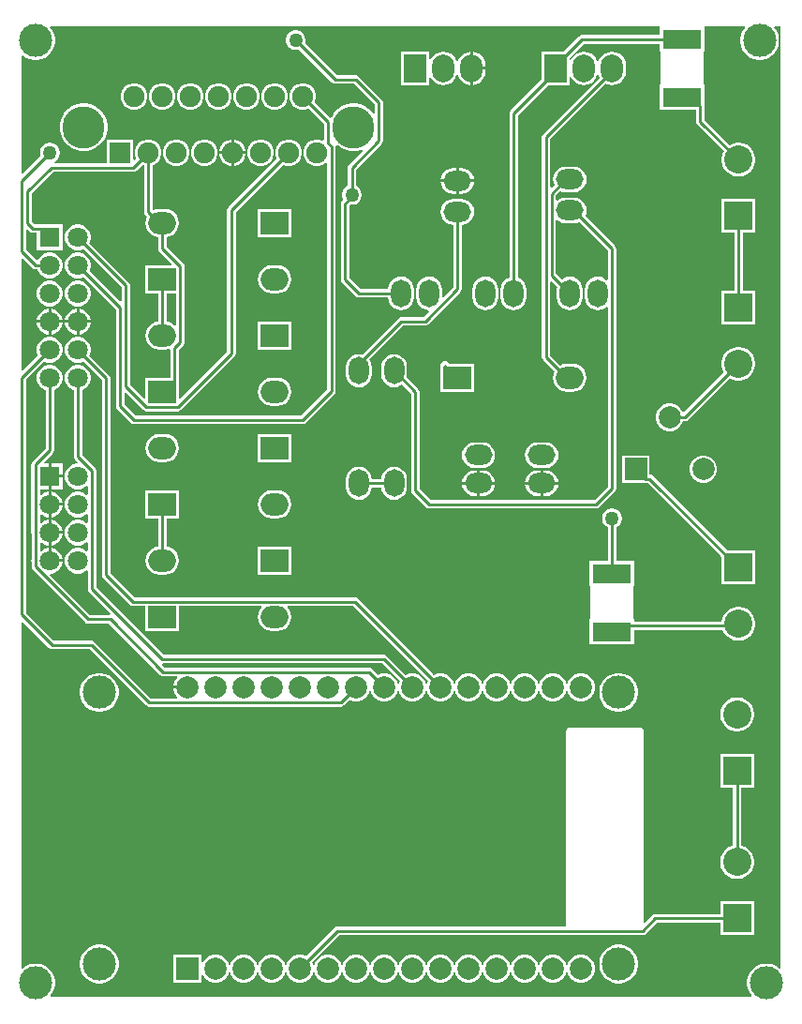
<source format=gtl>
G04*
G04 #@! TF.GenerationSoftware,Altium Limited,Altium Designer,24.0.1 (36)*
G04*
G04 Layer_Physical_Order=1*
G04 Layer_Color=255*
%FSLAX44Y44*%
%MOMM*%
G71*
G04*
G04 #@! TF.SameCoordinates,43BDCCDE-791F-4BA8-B158-4DCCD13140C2*
G04*
G04*
G04 #@! TF.FilePolarity,Positive*
G04*
G01*
G75*
%ADD11C,0.2540*%
%ADD17R,3.5052X1.7780*%
%ADD37O,1.8000X2.5000*%
%ADD38R,1.8000X1.8000*%
%ADD39C,1.8000*%
%ADD40O,2.5000X2.0000*%
%ADD41R,2.5000X2.0000*%
%ADD42R,2.5400X2.5400*%
%ADD43C,2.5400*%
%ADD44C,3.0000*%
%ADD45R,2.0000X2.0000*%
%ADD46C,2.0000*%
%ADD47O,2.0000X2.5000*%
%ADD48R,2.0000X2.5000*%
%ADD49O,2.5000X1.8000*%
%ADD50O,1.8000X2.5000*%
%ADD51R,2.0000X2.0000*%
%ADD52C,1.9050*%
%ADD53R,1.9050X1.9050*%
%ADD54C,3.8100*%
%ADD55C,1.2700*%
G36*
X711200Y51555D02*
X710027Y51069D01*
X709681Y51414D01*
X706808Y53334D01*
X703616Y54656D01*
X700228Y55330D01*
X696773D01*
X693384Y54656D01*
X690192Y53334D01*
X687319Y51414D01*
X684876Y48971D01*
X682956Y46098D01*
X681634Y42906D01*
X680960Y39518D01*
Y36063D01*
X681634Y32674D01*
X682956Y29482D01*
X684835Y26670D01*
X684720Y26110D01*
X684425Y25400D01*
X52175D01*
X51880Y26110D01*
X51765Y26670D01*
X53644Y29482D01*
X54966Y32674D01*
X55640Y36063D01*
Y39518D01*
X54966Y42906D01*
X53644Y46098D01*
X51724Y48971D01*
X49281Y51414D01*
X46408Y53334D01*
X43216Y54656D01*
X39827Y55330D01*
X36372D01*
X32984Y54656D01*
X29792Y53334D01*
X26919Y51414D01*
X26573Y51069D01*
X25400Y51555D01*
Y363251D01*
X26573Y363737D01*
X50157Y340153D01*
X51418Y339311D01*
X52904Y339015D01*
X87291D01*
X138063Y288243D01*
X139323Y287401D01*
X140810Y287105D01*
X313640D01*
X315127Y287401D01*
X316387Y288243D01*
X321753Y293609D01*
X322610Y293115D01*
X325799Y292260D01*
X329101D01*
X332290Y293115D01*
X335150Y294765D01*
X337485Y297100D01*
X339135Y299960D01*
X339493Y301293D01*
X340807D01*
X341165Y299960D01*
X342816Y297100D01*
X345150Y294765D01*
X348010Y293115D01*
X351199Y292260D01*
X354501D01*
X357690Y293115D01*
X360550Y294765D01*
X362884Y297100D01*
X364535Y299960D01*
X364893Y301293D01*
X366207D01*
X366565Y299960D01*
X368215Y297100D01*
X370550Y294765D01*
X373410Y293115D01*
X376599Y292260D01*
X379901D01*
X383090Y293115D01*
X385950Y294765D01*
X388284Y297100D01*
X389935Y299960D01*
X390293Y301293D01*
X391607D01*
X391965Y299960D01*
X393615Y297100D01*
X395950Y294765D01*
X398810Y293115D01*
X401999Y292260D01*
X405301D01*
X408490Y293115D01*
X411350Y294765D01*
X413685Y297100D01*
X415335Y299960D01*
X415693Y301293D01*
X417007D01*
X417365Y299960D01*
X419016Y297100D01*
X421350Y294765D01*
X424210Y293115D01*
X427399Y292260D01*
X430701D01*
X433890Y293115D01*
X436750Y294765D01*
X439085Y297100D01*
X440735Y299960D01*
X441093Y301293D01*
X442407D01*
X442765Y299960D01*
X444416Y297100D01*
X446750Y294765D01*
X449610Y293115D01*
X452799Y292260D01*
X456101D01*
X459290Y293115D01*
X462150Y294765D01*
X464484Y297100D01*
X466135Y299960D01*
X466493Y301293D01*
X467807D01*
X468165Y299960D01*
X469815Y297100D01*
X472150Y294765D01*
X475010Y293115D01*
X478199Y292260D01*
X481501D01*
X484690Y293115D01*
X487550Y294765D01*
X489884Y297100D01*
X491535Y299960D01*
X491893Y301293D01*
X493207D01*
X493565Y299960D01*
X495215Y297100D01*
X497550Y294765D01*
X500410Y293115D01*
X503599Y292260D01*
X506901D01*
X510090Y293115D01*
X512950Y294765D01*
X515285Y297100D01*
X516935Y299960D01*
X517293Y301293D01*
X518607D01*
X518965Y299960D01*
X520616Y297100D01*
X522950Y294765D01*
X525810Y293115D01*
X528999Y292260D01*
X532301D01*
X535490Y293115D01*
X538350Y294765D01*
X540685Y297100D01*
X542335Y299960D01*
X543190Y303149D01*
Y306451D01*
X542335Y309640D01*
X540685Y312500D01*
X538350Y314834D01*
X535490Y316485D01*
X532301Y317340D01*
X528999D01*
X525810Y316485D01*
X522950Y314834D01*
X520616Y312500D01*
X518965Y309640D01*
X518607Y308307D01*
X517293D01*
X516935Y309640D01*
X515285Y312500D01*
X512950Y314834D01*
X510090Y316485D01*
X506901Y317340D01*
X503599D01*
X500410Y316485D01*
X497550Y314834D01*
X495215Y312500D01*
X493565Y309640D01*
X493207Y308307D01*
X491893D01*
X491535Y309640D01*
X489884Y312500D01*
X487550Y314834D01*
X484690Y316485D01*
X481501Y317340D01*
X478199D01*
X475010Y316485D01*
X472150Y314834D01*
X469815Y312500D01*
X468165Y309640D01*
X467807Y308307D01*
X466493D01*
X466135Y309640D01*
X464484Y312500D01*
X462150Y314834D01*
X459290Y316485D01*
X456101Y317340D01*
X452799D01*
X449610Y316485D01*
X446750Y314834D01*
X444416Y312500D01*
X442765Y309640D01*
X442407Y308307D01*
X441093D01*
X440735Y309640D01*
X439085Y312500D01*
X436750Y314834D01*
X433890Y316485D01*
X430701Y317340D01*
X427399D01*
X424210Y316485D01*
X421350Y314834D01*
X419016Y312500D01*
X417365Y309640D01*
X417007Y308307D01*
X415693D01*
X415335Y309640D01*
X413685Y312500D01*
X411350Y314834D01*
X408490Y316485D01*
X405301Y317340D01*
X401999D01*
X398810Y316485D01*
X397953Y315991D01*
X329087Y384857D01*
X327827Y385699D01*
X326340Y385995D01*
X127499D01*
X105485Y408009D01*
Y584200D01*
X105189Y585687D01*
X104347Y586947D01*
X86659Y604635D01*
X86953Y605146D01*
X87740Y608081D01*
Y611119D01*
X86953Y614054D01*
X85434Y616686D01*
X83286Y618834D01*
X80654Y620354D01*
X77719Y621140D01*
X74681D01*
X71746Y620354D01*
X69114Y618834D01*
X66966Y616686D01*
X65447Y614054D01*
X64660Y611119D01*
Y608081D01*
X65447Y605146D01*
X66966Y602514D01*
X69114Y600366D01*
X71746Y598847D01*
X74681Y598060D01*
X77719D01*
X80654Y598847D01*
X81165Y599141D01*
X97715Y582591D01*
Y406400D01*
X98011Y404913D01*
X98853Y403653D01*
X123143Y379363D01*
X124403Y378521D01*
X125890Y378225D01*
X137360D01*
Y355760D01*
X167440D01*
Y378225D01*
X241910D01*
X242335Y376955D01*
X240546Y374624D01*
X239283Y371574D01*
X238852Y368300D01*
X239283Y365026D01*
X240546Y361976D01*
X242556Y359356D01*
X245176Y357346D01*
X248226Y356083D01*
X251500Y355652D01*
X256500D01*
X259774Y356083D01*
X262824Y357346D01*
X265444Y359356D01*
X267454Y361976D01*
X268717Y365026D01*
X269148Y368300D01*
X268717Y371574D01*
X267454Y374624D01*
X265665Y376955D01*
X266090Y378225D01*
X324731D01*
X392459Y310497D01*
X391965Y309640D01*
X391607Y308307D01*
X390293D01*
X389935Y309640D01*
X388284Y312500D01*
X385950Y314834D01*
X383090Y316485D01*
X379901Y317340D01*
X376599D01*
X373410Y316485D01*
X372553Y315991D01*
X355597Y332947D01*
X354337Y333789D01*
X352850Y334085D01*
X154009D01*
X92785Y395309D01*
Y413241D01*
X92895Y413794D01*
Y500606D01*
X92599Y502093D01*
X91757Y503353D01*
X80085Y515025D01*
Y573294D01*
X80654Y573447D01*
X83286Y574966D01*
X85434Y577114D01*
X86953Y579746D01*
X87740Y582681D01*
Y585719D01*
X86953Y588654D01*
X85434Y591286D01*
X83286Y593434D01*
X80654Y594953D01*
X77719Y595740D01*
X74681D01*
X71746Y594953D01*
X69114Y593434D01*
X66966Y591286D01*
X65447Y588654D01*
X64660Y585719D01*
Y582681D01*
X65447Y579746D01*
X66966Y577114D01*
X69114Y574966D01*
X71746Y573447D01*
X72315Y573294D01*
Y513416D01*
X72611Y511930D01*
X73453Y510669D01*
X76109Y508013D01*
X75623Y506840D01*
X74681D01*
X71746Y506054D01*
X69114Y504534D01*
X66966Y502386D01*
X65447Y499754D01*
X64660Y496819D01*
Y493781D01*
X65447Y490846D01*
X66966Y488214D01*
X69114Y486066D01*
X71746Y484547D01*
X74681Y483760D01*
X77719D01*
X80654Y484547D01*
X83286Y486066D01*
X83952Y486732D01*
X85125Y486246D01*
Y478954D01*
X83952Y478468D01*
X83286Y479134D01*
X80654Y480653D01*
X77719Y481440D01*
X74681D01*
X71746Y480653D01*
X69114Y479134D01*
X66966Y476986D01*
X65447Y474354D01*
X64660Y471419D01*
Y468381D01*
X65447Y465446D01*
X66966Y462814D01*
X69114Y460666D01*
X71746Y459146D01*
X74681Y458360D01*
X77719D01*
X80654Y459146D01*
X83286Y460666D01*
X83952Y461332D01*
X85125Y460846D01*
Y453554D01*
X83952Y453068D01*
X83286Y453734D01*
X80654Y455253D01*
X77719Y456040D01*
X74681D01*
X71746Y455253D01*
X69114Y453734D01*
X66966Y451586D01*
X65447Y448954D01*
X64660Y446019D01*
Y442981D01*
X65447Y440046D01*
X66966Y437414D01*
X69114Y435266D01*
X71746Y433746D01*
X74681Y432960D01*
X77719D01*
X80654Y433746D01*
X83286Y435266D01*
X83952Y435932D01*
X85125Y435446D01*
Y428154D01*
X83952Y427668D01*
X83286Y428334D01*
X80654Y429854D01*
X77719Y430640D01*
X74681D01*
X71746Y429854D01*
X69114Y428334D01*
X66966Y426186D01*
X65447Y423554D01*
X64660Y420619D01*
Y417581D01*
X65447Y414646D01*
X66966Y412014D01*
X69114Y409866D01*
X71746Y408346D01*
X74681Y407560D01*
X77719D01*
X80654Y408346D01*
X83286Y409866D01*
X83842Y410422D01*
X85015Y409936D01*
Y393700D01*
X85311Y392213D01*
X86153Y390953D01*
X105779Y371328D01*
X105253Y370058D01*
X87220D01*
X50891Y406387D01*
X51377Y407560D01*
X52319D01*
X55254Y408346D01*
X57886Y409866D01*
X60034Y412014D01*
X61554Y414646D01*
X62340Y417581D01*
Y417830D01*
X50800D01*
Y419100D01*
X49530D01*
Y430640D01*
X49281D01*
X46346Y429854D01*
X43714Y428334D01*
X43158Y427778D01*
X41985Y428264D01*
Y435336D01*
X43158Y435822D01*
X43714Y435266D01*
X46346Y433746D01*
X49281Y432960D01*
X49530D01*
Y444500D01*
Y456040D01*
X49281D01*
X46346Y455253D01*
X43714Y453734D01*
X43048Y453068D01*
X41875Y453554D01*
Y460846D01*
X43048Y461332D01*
X43714Y460666D01*
X46346Y459146D01*
X49281Y458360D01*
X49530D01*
Y469900D01*
Y481440D01*
X49281D01*
X46346Y480653D01*
X43714Y479134D01*
X43048Y478468D01*
X41875Y478954D01*
Y483760D01*
X49530D01*
Y495300D01*
Y506840D01*
X46105D01*
X45619Y508013D01*
X53547Y515941D01*
X54389Y517202D01*
X54685Y518688D01*
Y573294D01*
X55254Y573447D01*
X57886Y574966D01*
X60034Y577114D01*
X61554Y579746D01*
X62340Y582681D01*
Y585719D01*
X61554Y588654D01*
X60034Y591286D01*
X57886Y593434D01*
X55254Y594953D01*
X52319Y595740D01*
X49281D01*
X46346Y594953D01*
X43714Y593434D01*
X41566Y591286D01*
X40047Y588654D01*
X39260Y585719D01*
Y582681D01*
X40047Y579746D01*
X41566Y577114D01*
X43714Y574966D01*
X46346Y573447D01*
X46915Y573294D01*
Y520297D01*
X35243Y508625D01*
X34401Y507365D01*
X34105Y505878D01*
Y444500D01*
X34100D01*
X34248Y442990D01*
X34215Y442825D01*
Y420775D01*
X34248Y420610D01*
X34100Y419100D01*
X34248Y417590D01*
X34215Y417425D01*
Y413684D01*
X34511Y412197D01*
X35353Y410937D01*
X36097Y410193D01*
X36097Y410193D01*
X82864Y363426D01*
X84124Y362584D01*
X85611Y362288D01*
X104222D01*
X150705Y315805D01*
X151966Y314963D01*
X153452Y314667D01*
X153743Y314725D01*
X165582D01*
X166068Y313552D01*
X165016Y312500D01*
X163365Y309640D01*
X162510Y306451D01*
Y306070D01*
X175050D01*
Y303530D01*
X162510D01*
Y303149D01*
X163365Y299960D01*
X165016Y297100D01*
X166068Y296048D01*
X165582Y294875D01*
X142419D01*
X91647Y345647D01*
X90387Y346489D01*
X88900Y346785D01*
X54513D01*
X29285Y372013D01*
Y582591D01*
X45835Y599141D01*
X46346Y598847D01*
X49281Y598060D01*
X52319D01*
X55254Y598847D01*
X57886Y600366D01*
X60034Y602514D01*
X61554Y605146D01*
X62340Y608081D01*
Y611119D01*
X61554Y614054D01*
X60034Y616686D01*
X57886Y618834D01*
X55254Y620354D01*
X52319Y621140D01*
X49281D01*
X46346Y620354D01*
X43714Y618834D01*
X41566Y616686D01*
X40047Y614054D01*
X39260Y611119D01*
Y608081D01*
X40047Y605146D01*
X40341Y604635D01*
X26573Y590867D01*
X25400Y591353D01*
Y691347D01*
X26573Y691833D01*
X35243Y683163D01*
X36503Y682321D01*
X37990Y682025D01*
X39864D01*
X40047Y681346D01*
X41566Y678714D01*
X43714Y676566D01*
X46346Y675046D01*
X49281Y674260D01*
X52319D01*
X55254Y675046D01*
X57886Y676566D01*
X60034Y678714D01*
X61554Y681346D01*
X62340Y684281D01*
Y687319D01*
X61554Y690254D01*
X60034Y692886D01*
X57886Y695034D01*
X55254Y696553D01*
X52319Y697340D01*
X49281D01*
X46346Y696553D01*
X43714Y695034D01*
X41566Y692886D01*
X40372Y690818D01*
X39015Y690524D01*
X38818Y690576D01*
X29285Y700109D01*
Y717942D01*
X30458Y718428D01*
X32703Y716183D01*
X33963Y715341D01*
X35450Y715045D01*
X39260D01*
Y699660D01*
X62340D01*
Y722740D01*
X43445D01*
X43070Y722815D01*
X37059D01*
X34365Y725509D01*
Y750648D01*
X53897Y770180D01*
X126365D01*
X127852Y770476D01*
X129112Y771318D01*
X134351Y776557D01*
X135043Y776157D01*
X135815Y775950D01*
Y734100D01*
X136111Y732613D01*
X136953Y731353D01*
X138693Y729613D01*
X137683Y727174D01*
X137252Y723900D01*
X137683Y720626D01*
X138946Y717576D01*
X140956Y714956D01*
X143576Y712946D01*
X146626Y711683D01*
X148515Y711434D01*
Y700988D01*
X148811Y699502D01*
X149653Y698241D01*
X161081Y686813D01*
X160595Y685640D01*
X137360D01*
Y660560D01*
X148515D01*
Y634766D01*
X146626Y634517D01*
X143576Y633254D01*
X140956Y631244D01*
X138946Y628624D01*
X137683Y625574D01*
X137252Y622300D01*
X137683Y619026D01*
X138946Y615976D01*
X140956Y613356D01*
X143576Y611346D01*
X146626Y610083D01*
X149900Y609652D01*
X154900D01*
X158174Y610083D01*
X158689Y610296D01*
X159745Y609591D01*
Y584040D01*
X137360D01*
Y565805D01*
X136187Y565319D01*
X123265Y578241D01*
Y668020D01*
X122969Y669507D01*
X122127Y670767D01*
X86659Y706235D01*
X86953Y706746D01*
X87740Y709681D01*
Y712719D01*
X86953Y715654D01*
X85434Y718286D01*
X83286Y720434D01*
X80654Y721954D01*
X77719Y722740D01*
X74681D01*
X71746Y721954D01*
X69114Y720434D01*
X66966Y718286D01*
X65447Y715654D01*
X64660Y712719D01*
Y709681D01*
X65447Y706746D01*
X66966Y704114D01*
X69114Y701966D01*
X71746Y700446D01*
X74681Y699660D01*
X77719D01*
X80654Y700446D01*
X81165Y700741D01*
X115495Y666411D01*
Y653658D01*
X114322Y653172D01*
X86659Y680835D01*
X86953Y681346D01*
X87740Y684281D01*
Y687319D01*
X86953Y690254D01*
X85434Y692886D01*
X83286Y695034D01*
X80654Y696553D01*
X77719Y697340D01*
X74681D01*
X71746Y696553D01*
X69114Y695034D01*
X66966Y692886D01*
X65447Y690254D01*
X64660Y687319D01*
Y684281D01*
X65447Y681346D01*
X66966Y678714D01*
X69114Y676566D01*
X71746Y675046D01*
X74681Y674260D01*
X77719D01*
X80654Y675046D01*
X81165Y675341D01*
X110415Y646091D01*
Y558800D01*
X110711Y557313D01*
X111553Y556053D01*
X124253Y543353D01*
X125513Y542511D01*
X127000Y542215D01*
X279400D01*
X280887Y542511D01*
X282147Y543353D01*
X308182Y569388D01*
X309024Y570648D01*
X309320Y572135D01*
Y792924D01*
X309293Y793056D01*
X310308Y794464D01*
X310601Y794501D01*
X311357Y793744D01*
X314893Y791381D01*
X318822Y789754D01*
X322994Y788924D01*
X327246D01*
X331418Y789754D01*
X333031Y790422D01*
X333751Y789345D01*
X321103Y776698D01*
X320261Y775438D01*
X319965Y773951D01*
Y757322D01*
X318391Y756414D01*
X316736Y754759D01*
X315566Y752731D01*
X314960Y750470D01*
Y748130D01*
X315566Y745869D01*
X315942Y745217D01*
X314753Y744028D01*
X313911Y742768D01*
X313615Y741282D01*
Y673100D01*
X313911Y671613D01*
X314753Y670353D01*
X327453Y657653D01*
X328713Y656811D01*
X330200Y656515D01*
X356711D01*
X357057Y653887D01*
X358220Y651080D01*
X360070Y648670D01*
X362480Y646820D01*
X365288Y645657D01*
X368300Y645260D01*
X371312Y645657D01*
X374120Y646820D01*
X376530Y648670D01*
X378380Y651080D01*
X379543Y653887D01*
X379939Y656900D01*
Y663900D01*
X379543Y666913D01*
X378380Y669720D01*
X376530Y672130D01*
X374120Y673980D01*
X371312Y675143D01*
X368300Y675540D01*
X365288Y675143D01*
X362480Y673980D01*
X360070Y672130D01*
X358220Y669720D01*
X357057Y666913D01*
X356711Y664285D01*
X331809D01*
X321385Y674709D01*
Y739672D01*
X322240Y740528D01*
X322680Y740410D01*
X325020D01*
X327281Y741016D01*
X329309Y742186D01*
X330964Y743841D01*
X332134Y745869D01*
X332740Y748130D01*
Y750470D01*
X332134Y752731D01*
X330964Y754759D01*
X329309Y756414D01*
X327735Y757322D01*
Y772342D01*
X350727Y795334D01*
X351569Y796594D01*
X351865Y798081D01*
Y833120D01*
X351569Y834607D01*
X350727Y835867D01*
X330327Y856266D01*
X329067Y857108D01*
X327581Y857404D01*
X310140D01*
X281470Y886074D01*
X281940Y887830D01*
Y890170D01*
X281334Y892431D01*
X280164Y894459D01*
X278509Y896114D01*
X276481Y897284D01*
X274220Y897890D01*
X271880D01*
X269619Y897284D01*
X267591Y896114D01*
X265936Y894459D01*
X264766Y892431D01*
X264160Y890170D01*
Y887830D01*
X264766Y885569D01*
X265936Y883541D01*
X267591Y881886D01*
X269619Y880716D01*
X271880Y880110D01*
X274220D01*
X275976Y880580D01*
X305784Y850773D01*
X307044Y849930D01*
X308531Y849635D01*
X325971D01*
X344095Y831511D01*
Y823164D01*
X342880Y822795D01*
X341890Y824277D01*
X338883Y827284D01*
X335347Y829647D01*
X331418Y831274D01*
X327246Y832104D01*
X322994D01*
X318822Y831274D01*
X314893Y829647D01*
X311357Y827284D01*
X308350Y824277D01*
X305987Y820741D01*
X305360Y819227D01*
X304115Y818979D01*
X290243Y832851D01*
X290643Y833543D01*
X291465Y836612D01*
Y839788D01*
X290643Y842857D01*
X289054Y845608D01*
X286808Y847854D01*
X284057Y849443D01*
X280988Y850265D01*
X277812D01*
X274743Y849443D01*
X271992Y847854D01*
X269746Y845608D01*
X268157Y842857D01*
X267335Y839788D01*
Y836612D01*
X268157Y833543D01*
X269746Y830792D01*
X271992Y828546D01*
X274743Y826957D01*
X277812Y826135D01*
X280988D01*
X284057Y826957D01*
X284749Y827357D01*
X298375Y813731D01*
Y798978D01*
X297276Y798343D01*
X296757Y798643D01*
X293688Y799465D01*
X290512D01*
X287443Y798643D01*
X284692Y797054D01*
X282446Y794808D01*
X280857Y792057D01*
X280035Y788988D01*
Y785812D01*
X280857Y782743D01*
X282446Y779992D01*
X284692Y777746D01*
X287443Y776157D01*
X290512Y775335D01*
X293688D01*
X296757Y776157D01*
X299508Y777746D01*
X300377Y778615D01*
X301550Y778129D01*
Y573744D01*
X277791Y549985D01*
X128609D01*
X118185Y560409D01*
Y570674D01*
X119358Y571160D01*
X135575Y554943D01*
X136835Y554101D01*
X138322Y553805D01*
X166478D01*
X167965Y554101D01*
X169225Y554943D01*
X217756Y603475D01*
X218598Y604735D01*
X218894Y606221D01*
Y734100D01*
X261351Y776557D01*
X262043Y776157D01*
X265112Y775335D01*
X268288D01*
X271357Y776157D01*
X274108Y777746D01*
X276354Y779992D01*
X277943Y782743D01*
X278765Y785812D01*
Y788988D01*
X277943Y792057D01*
X276354Y794808D01*
X274108Y797054D01*
X271357Y798643D01*
X268288Y799465D01*
X265112D01*
X262043Y798643D01*
X259292Y797054D01*
X257046Y794808D01*
X255457Y792057D01*
X254635Y788988D01*
Y785812D01*
X255457Y782743D01*
X255857Y782051D01*
X212263Y738456D01*
X211421Y737196D01*
X211125Y735710D01*
Y607831D01*
X168613Y565319D01*
X167440Y565805D01*
Y579855D01*
X167515Y580230D01*
Y609891D01*
X171457Y613833D01*
X172299Y615093D01*
X172595Y616580D01*
Y684678D01*
X172299Y686165D01*
X171457Y687425D01*
X156285Y702597D01*
Y711434D01*
X158174Y711683D01*
X161224Y712946D01*
X163844Y714956D01*
X165854Y717576D01*
X167117Y720626D01*
X167548Y723900D01*
X167117Y727174D01*
X165854Y730224D01*
X163844Y732844D01*
X161224Y734854D01*
X158174Y736117D01*
X154900Y736548D01*
X149900D01*
X146626Y736117D01*
X144692Y735316D01*
X143585Y736164D01*
Y775950D01*
X144357Y776157D01*
X147108Y777746D01*
X149354Y779992D01*
X150943Y782743D01*
X151765Y785812D01*
Y788988D01*
X150943Y792057D01*
X149354Y794808D01*
X147108Y797054D01*
X144357Y798643D01*
X141288Y799465D01*
X138112D01*
X135043Y798643D01*
X132292Y797054D01*
X130046Y794808D01*
X128457Y792057D01*
X127635Y788988D01*
Y785812D01*
X128457Y782743D01*
X128857Y782051D01*
X127538Y780732D01*
X126365Y781218D01*
Y799465D01*
X102235D01*
Y777950D01*
X55353D01*
X55162Y778187D01*
X55469Y779830D01*
X56259Y780286D01*
X57914Y781941D01*
X59084Y783969D01*
X59690Y786230D01*
Y788570D01*
X59084Y790831D01*
X57914Y792859D01*
X56259Y794514D01*
X54231Y795684D01*
X51970Y796290D01*
X49630D01*
X47369Y795684D01*
X45341Y794514D01*
X43686Y792859D01*
X42516Y790831D01*
X41910Y788570D01*
Y786230D01*
X42380Y784474D01*
X26573Y768667D01*
X25400Y769153D01*
Y874925D01*
X26573Y875411D01*
X26919Y875066D01*
X29792Y873146D01*
X32984Y871824D01*
X36372Y871150D01*
X39827D01*
X43216Y871824D01*
X46408Y873146D01*
X49281Y875066D01*
X51724Y877509D01*
X53644Y880382D01*
X54966Y883574D01*
X55640Y886963D01*
Y890417D01*
X54966Y893806D01*
X53644Y896998D01*
X51724Y899871D01*
X51069Y900527D01*
X51555Y901700D01*
X601174D01*
X602234Y901192D01*
X602234Y900430D01*
Y893647D01*
X531662D01*
X530175Y893351D01*
X528915Y892509D01*
X515046Y878640D01*
X495460D01*
Y854054D01*
X467153Y825747D01*
X466311Y824487D01*
X466015Y823000D01*
Y674782D01*
X464080Y673980D01*
X461670Y672130D01*
X459820Y669720D01*
X458657Y666913D01*
X458260Y663900D01*
Y656900D01*
X458657Y653887D01*
X459820Y651080D01*
X461670Y648670D01*
X464080Y646820D01*
X466888Y645657D01*
X469900Y645260D01*
X472912Y645657D01*
X475720Y646820D01*
X478130Y648670D01*
X479980Y651080D01*
X481143Y653887D01*
X481539Y656900D01*
Y663900D01*
X481143Y666913D01*
X479980Y669720D01*
X478130Y672130D01*
X475720Y673980D01*
X473785Y674782D01*
Y821391D01*
X500954Y848560D01*
X520540D01*
Y856059D01*
X521810Y856312D01*
X522446Y854776D01*
X524456Y852156D01*
X527076Y850146D01*
X530126Y848883D01*
X533400Y848452D01*
X536674Y848883D01*
X539724Y850146D01*
X542344Y852156D01*
X544354Y854776D01*
X545413Y857333D01*
X546787D01*
X547593Y855387D01*
X496563Y804357D01*
X495721Y803097D01*
X495425Y801610D01*
Y603090D01*
X495721Y601603D01*
X496563Y600343D01*
X506993Y589913D01*
X505983Y587474D01*
X505552Y584200D01*
X505983Y580926D01*
X507246Y577876D01*
X509256Y575256D01*
X511876Y573246D01*
X514926Y571983D01*
X518200Y571552D01*
X523200D01*
X526474Y571983D01*
X529524Y573246D01*
X532144Y575256D01*
X534154Y577876D01*
X535417Y580926D01*
X535848Y584200D01*
X535417Y587474D01*
X534154Y590524D01*
X532144Y593144D01*
X529524Y595154D01*
X526474Y596417D01*
X523200Y596848D01*
X518200D01*
X514926Y596417D01*
X512487Y595407D01*
X503195Y604699D01*
Y670752D01*
X504368Y671238D01*
X509368Y666238D01*
X509060Y663900D01*
Y656900D01*
X509457Y653887D01*
X510620Y651080D01*
X512470Y648670D01*
X514880Y646820D01*
X517687Y645657D01*
X520700Y645260D01*
X523713Y645657D01*
X526520Y646820D01*
X528930Y648670D01*
X530780Y651080D01*
X531943Y653887D01*
X532340Y656900D01*
Y663900D01*
X531943Y666913D01*
X530780Y669720D01*
X528930Y672130D01*
X526520Y673980D01*
X523713Y675143D01*
X520700Y675540D01*
X517687Y675143D01*
X514880Y673980D01*
X513598Y672996D01*
X508275Y678319D01*
Y726032D01*
X509545Y726658D01*
X511380Y725250D01*
X514187Y724087D01*
X517200Y723690D01*
X524200D01*
X527213Y724087D01*
X529148Y724889D01*
X555025Y699011D01*
Y673198D01*
X553755Y672572D01*
X551920Y673980D01*
X549113Y675143D01*
X546100Y675540D01*
X543088Y675143D01*
X540280Y673980D01*
X537870Y672130D01*
X536020Y669720D01*
X534857Y666913D01*
X534460Y663900D01*
Y656900D01*
X534857Y653887D01*
X536020Y651080D01*
X537870Y648670D01*
X540280Y646820D01*
X543088Y645657D01*
X546100Y645260D01*
X549113Y645657D01*
X551920Y646820D01*
X553755Y648228D01*
X555025Y647602D01*
Y485697D01*
X543113Y473785D01*
X395309D01*
X384885Y484209D01*
Y571500D01*
X384589Y572987D01*
X383747Y574247D01*
X373282Y584712D01*
X373590Y587050D01*
Y594050D01*
X373193Y597063D01*
X372030Y599870D01*
X370180Y602280D01*
X367770Y604130D01*
X364963Y605293D01*
X361950Y605690D01*
X358937Y605293D01*
X356130Y604130D01*
X353720Y602280D01*
X351870Y599870D01*
X350707Y597063D01*
X350310Y594050D01*
Y587050D01*
X350707Y584037D01*
X351870Y581230D01*
X353720Y578820D01*
X356130Y576970D01*
X358937Y575807D01*
X361950Y575410D01*
X364963Y575807D01*
X367770Y576970D01*
X369052Y577954D01*
X377115Y569891D01*
Y482600D01*
X377411Y481113D01*
X378253Y479853D01*
X390953Y467153D01*
X392213Y466311D01*
X393700Y466015D01*
X544722D01*
X546209Y466311D01*
X547469Y467153D01*
X561657Y481341D01*
X562499Y482601D01*
X562795Y484088D01*
Y700620D01*
X562499Y702107D01*
X561657Y703367D01*
X534641Y730382D01*
X535443Y732318D01*
X535840Y735330D01*
X535443Y738343D01*
X534280Y741150D01*
X532430Y743560D01*
X530020Y745410D01*
X527213Y746573D01*
X524200Y746970D01*
X517200D01*
X514187Y746573D01*
X511380Y745410D01*
X509545Y744002D01*
X508275Y744628D01*
Y748851D01*
X512252Y752829D01*
X514187Y752027D01*
X517200Y751630D01*
X524200D01*
X527213Y752027D01*
X530020Y753190D01*
X532430Y755040D01*
X534280Y757450D01*
X535443Y760257D01*
X535840Y763270D01*
X535443Y766283D01*
X534280Y769090D01*
X532430Y771500D01*
X530020Y773350D01*
X527213Y774513D01*
X524200Y774910D01*
X517200D01*
X514187Y774513D01*
X511380Y773350D01*
X508970Y771500D01*
X507120Y769090D01*
X505957Y766283D01*
X505560Y763270D01*
X505957Y760257D01*
X506759Y758322D01*
X504368Y755932D01*
X503195Y756418D01*
Y800001D01*
X553087Y849893D01*
X555526Y848883D01*
X558800Y848452D01*
X562074Y848883D01*
X565124Y850146D01*
X567744Y852156D01*
X569754Y854776D01*
X571017Y857826D01*
X571448Y861100D01*
Y866100D01*
X571017Y869374D01*
X569754Y872424D01*
X567744Y875044D01*
X565124Y877054D01*
X562074Y878317D01*
X558800Y878748D01*
X555526Y878317D01*
X552476Y877054D01*
X549856Y875044D01*
X547846Y872424D01*
X546787Y869867D01*
X545413D01*
X544354Y872424D01*
X542344Y875044D01*
X539724Y877054D01*
X536674Y878317D01*
X533400Y878748D01*
X530126Y878317D01*
X527076Y877054D01*
X524456Y875044D01*
X522446Y872424D01*
X521810Y870888D01*
X520540Y871141D01*
Y873146D01*
X533271Y885877D01*
X602234D01*
Y878332D01*
X602692D01*
Y848868D01*
X602234D01*
Y826008D01*
X634671D01*
Y815594D01*
X634967Y814107D01*
X635809Y812847D01*
X659912Y788744D01*
X659594Y788269D01*
X658446Y785495D01*
X657860Y782551D01*
Y779549D01*
X658446Y776605D01*
X659594Y773831D01*
X661262Y771335D01*
X663385Y769212D01*
X665881Y767544D01*
X668655Y766396D01*
X671599Y765810D01*
X674601D01*
X677545Y766396D01*
X680319Y767544D01*
X682815Y769212D01*
X684938Y771335D01*
X686606Y773831D01*
X687754Y776605D01*
X688340Y779549D01*
Y782551D01*
X687754Y785495D01*
X686606Y788269D01*
X684938Y790765D01*
X682815Y792888D01*
X680319Y794556D01*
X677545Y795704D01*
X674601Y796290D01*
X671599D01*
X668655Y795704D01*
X665881Y794556D01*
X665406Y794238D01*
X642441Y817203D01*
Y829818D01*
X642366Y830193D01*
Y848868D01*
X641908D01*
Y878332D01*
X642366D01*
Y900430D01*
X642366Y901192D01*
X643426Y901700D01*
X678695D01*
X679181Y900527D01*
X678526Y899871D01*
X676606Y896998D01*
X675284Y893806D01*
X674610Y890417D01*
Y886963D01*
X675284Y883574D01*
X676606Y880382D01*
X678526Y877509D01*
X680969Y875066D01*
X683842Y873146D01*
X687034Y871824D01*
X690423Y871150D01*
X693877D01*
X697266Y871824D01*
X700458Y873146D01*
X703331Y875066D01*
X705774Y877509D01*
X707694Y880382D01*
X709016Y883574D01*
X709690Y886963D01*
Y890417D01*
X709016Y893806D01*
X707694Y896998D01*
X705774Y899871D01*
X705119Y900527D01*
X705605Y901700D01*
X711200D01*
Y51555D01*
D02*
G37*
G36*
X164825Y631890D02*
X163555Y631465D01*
X161224Y633254D01*
X158174Y634517D01*
X156285Y634766D01*
Y660560D01*
X164825D01*
Y631890D01*
D02*
G37*
G36*
X367059Y310497D02*
X366565Y309640D01*
X366207Y308307D01*
X364893D01*
X364535Y309640D01*
X362884Y312500D01*
X360550Y314834D01*
X357690Y316485D01*
X354501Y317340D01*
X351199D01*
X348010Y316485D01*
X347153Y315991D01*
X341787Y321357D01*
X340527Y322199D01*
X339040Y322495D01*
X182206D01*
X181488Y322352D01*
X180770Y322495D01*
X155003D01*
X152453Y325045D01*
X152979Y326315D01*
X351241D01*
X367059Y310497D01*
D02*
G37*
%LPC*%
G36*
X406400Y878748D02*
X403126Y878317D01*
X400076Y877054D01*
X397456Y875044D01*
X395446Y872424D01*
X394810Y870888D01*
X393540Y871141D01*
Y878640D01*
X368460D01*
Y848560D01*
X393540D01*
Y856059D01*
X394810Y856312D01*
X395446Y854776D01*
X397456Y852156D01*
X400076Y850146D01*
X403126Y848883D01*
X406400Y848452D01*
X409674Y848883D01*
X412724Y850146D01*
X415344Y852156D01*
X417354Y854776D01*
X418413Y857333D01*
X419787D01*
X420846Y854776D01*
X422856Y852156D01*
X425476Y850146D01*
X428526Y848883D01*
X430530Y848619D01*
Y863600D01*
Y878581D01*
X428526Y878317D01*
X425476Y877054D01*
X422856Y875044D01*
X420846Y872424D01*
X419787Y869867D01*
X418413D01*
X417354Y872424D01*
X415344Y875044D01*
X412724Y877054D01*
X409674Y878317D01*
X406400Y878748D01*
D02*
G37*
G36*
X433070Y878581D02*
Y864870D01*
X444448D01*
Y866100D01*
X444017Y869374D01*
X442754Y872424D01*
X440744Y875044D01*
X438124Y877054D01*
X435074Y878317D01*
X433070Y878581D01*
D02*
G37*
G36*
X444448Y862330D02*
X433070D01*
Y848619D01*
X435074Y848883D01*
X438124Y850146D01*
X440744Y852156D01*
X442754Y854776D01*
X444017Y857826D01*
X444448Y861100D01*
Y862330D01*
D02*
G37*
G36*
X255588Y850265D02*
X252412D01*
X249343Y849443D01*
X246592Y847854D01*
X244346Y845608D01*
X242757Y842857D01*
X241935Y839788D01*
Y836612D01*
X242757Y833543D01*
X244346Y830792D01*
X246592Y828546D01*
X249343Y826957D01*
X252412Y826135D01*
X255588D01*
X258657Y826957D01*
X261408Y828546D01*
X263654Y830792D01*
X265243Y833543D01*
X266065Y836612D01*
Y839788D01*
X265243Y842857D01*
X263654Y845608D01*
X261408Y847854D01*
X258657Y849443D01*
X255588Y850265D01*
D02*
G37*
G36*
X230188D02*
X227012D01*
X223943Y849443D01*
X221192Y847854D01*
X218946Y845608D01*
X217357Y842857D01*
X216535Y839788D01*
Y836612D01*
X217357Y833543D01*
X218946Y830792D01*
X221192Y828546D01*
X223943Y826957D01*
X227012Y826135D01*
X230188D01*
X233257Y826957D01*
X236008Y828546D01*
X238254Y830792D01*
X239843Y833543D01*
X240665Y836612D01*
Y839788D01*
X239843Y842857D01*
X238254Y845608D01*
X236008Y847854D01*
X233257Y849443D01*
X230188Y850265D01*
D02*
G37*
G36*
X204788D02*
X201612D01*
X198543Y849443D01*
X195792Y847854D01*
X193546Y845608D01*
X191957Y842857D01*
X191135Y839788D01*
Y836612D01*
X191957Y833543D01*
X193546Y830792D01*
X195792Y828546D01*
X198543Y826957D01*
X201612Y826135D01*
X204788D01*
X207857Y826957D01*
X210608Y828546D01*
X212854Y830792D01*
X214443Y833543D01*
X215265Y836612D01*
Y839788D01*
X214443Y842857D01*
X212854Y845608D01*
X210608Y847854D01*
X207857Y849443D01*
X204788Y850265D01*
D02*
G37*
G36*
X179388D02*
X176212D01*
X173143Y849443D01*
X170392Y847854D01*
X168146Y845608D01*
X166557Y842857D01*
X165735Y839788D01*
Y836612D01*
X166557Y833543D01*
X168146Y830792D01*
X170392Y828546D01*
X173143Y826957D01*
X176212Y826135D01*
X179388D01*
X182457Y826957D01*
X185208Y828546D01*
X187454Y830792D01*
X189043Y833543D01*
X189865Y836612D01*
Y839788D01*
X189043Y842857D01*
X187454Y845608D01*
X185208Y847854D01*
X182457Y849443D01*
X179388Y850265D01*
D02*
G37*
G36*
X153988D02*
X150812D01*
X147743Y849443D01*
X144992Y847854D01*
X142746Y845608D01*
X141157Y842857D01*
X140335Y839788D01*
Y836612D01*
X141157Y833543D01*
X142746Y830792D01*
X144992Y828546D01*
X147743Y826957D01*
X150812Y826135D01*
X153988D01*
X157057Y826957D01*
X159808Y828546D01*
X162054Y830792D01*
X163643Y833543D01*
X164465Y836612D01*
Y839788D01*
X163643Y842857D01*
X162054Y845608D01*
X159808Y847854D01*
X157057Y849443D01*
X153988Y850265D01*
D02*
G37*
G36*
X128588D02*
X125412D01*
X122343Y849443D01*
X119592Y847854D01*
X117346Y845608D01*
X115757Y842857D01*
X114935Y839788D01*
Y836612D01*
X115757Y833543D01*
X117346Y830792D01*
X119592Y828546D01*
X122343Y826957D01*
X125412Y826135D01*
X128588D01*
X131657Y826957D01*
X134408Y828546D01*
X136654Y830792D01*
X138243Y833543D01*
X139065Y836612D01*
Y839788D01*
X138243Y842857D01*
X136654Y845608D01*
X134408Y847854D01*
X131657Y849443D01*
X128588Y850265D01*
D02*
G37*
G36*
X83406Y832104D02*
X79154D01*
X74982Y831274D01*
X71053Y829647D01*
X67517Y827284D01*
X64510Y824277D01*
X62147Y820741D01*
X60520Y816812D01*
X59690Y812640D01*
Y808388D01*
X60520Y804216D01*
X62147Y800287D01*
X64510Y796751D01*
X67517Y793744D01*
X71053Y791381D01*
X74982Y789754D01*
X79154Y788924D01*
X83406D01*
X87578Y789754D01*
X91507Y791381D01*
X95043Y793744D01*
X98050Y796751D01*
X100413Y800287D01*
X102040Y804216D01*
X102870Y808388D01*
Y812640D01*
X102040Y816812D01*
X100413Y820741D01*
X98050Y824277D01*
X95043Y827284D01*
X91507Y829647D01*
X87578Y831274D01*
X83406Y832104D01*
D02*
G37*
G36*
X217488Y799465D02*
X217170D01*
Y788670D01*
X227965D01*
Y788988D01*
X227143Y792057D01*
X225554Y794808D01*
X223308Y797054D01*
X220557Y798643D01*
X217488Y799465D01*
D02*
G37*
G36*
X214630D02*
X214312D01*
X211243Y798643D01*
X208492Y797054D01*
X206246Y794808D01*
X204657Y792057D01*
X203835Y788988D01*
Y788670D01*
X214630D01*
Y799465D01*
D02*
G37*
G36*
X242888D02*
X239712D01*
X236643Y798643D01*
X233892Y797054D01*
X231646Y794808D01*
X230057Y792057D01*
X229235Y788988D01*
Y785812D01*
X230057Y782743D01*
X231646Y779992D01*
X233892Y777746D01*
X236643Y776157D01*
X239712Y775335D01*
X242888D01*
X245957Y776157D01*
X248708Y777746D01*
X250954Y779992D01*
X252543Y782743D01*
X253365Y785812D01*
Y788988D01*
X252543Y792057D01*
X250954Y794808D01*
X248708Y797054D01*
X245957Y798643D01*
X242888Y799465D01*
D02*
G37*
G36*
X227965Y786130D02*
X217170D01*
Y775335D01*
X217488D01*
X220557Y776157D01*
X223308Y777746D01*
X225554Y779992D01*
X227143Y782743D01*
X227965Y785812D01*
Y786130D01*
D02*
G37*
G36*
X214630D02*
X203835D01*
Y785812D01*
X204657Y782743D01*
X206246Y779992D01*
X208492Y777746D01*
X211243Y776157D01*
X214312Y775335D01*
X214630D01*
Y786130D01*
D02*
G37*
G36*
X192088Y799465D02*
X188912D01*
X185843Y798643D01*
X183092Y797054D01*
X180846Y794808D01*
X179257Y792057D01*
X178435Y788988D01*
Y785812D01*
X179257Y782743D01*
X180846Y779992D01*
X183092Y777746D01*
X185843Y776157D01*
X188912Y775335D01*
X192088D01*
X195157Y776157D01*
X197908Y777746D01*
X200154Y779992D01*
X201743Y782743D01*
X202565Y785812D01*
Y788988D01*
X201743Y792057D01*
X200154Y794808D01*
X197908Y797054D01*
X195157Y798643D01*
X192088Y799465D01*
D02*
G37*
G36*
X166688D02*
X163512D01*
X160443Y798643D01*
X157692Y797054D01*
X155446Y794808D01*
X153857Y792057D01*
X153035Y788988D01*
Y785812D01*
X153857Y782743D01*
X155446Y779992D01*
X157692Y777746D01*
X160443Y776157D01*
X163512Y775335D01*
X166688D01*
X169757Y776157D01*
X172508Y777746D01*
X174754Y779992D01*
X176343Y782743D01*
X177165Y785812D01*
Y788988D01*
X176343Y792057D01*
X174754Y794808D01*
X172508Y797054D01*
X169757Y798643D01*
X166688Y799465D01*
D02*
G37*
G36*
X422600Y773640D02*
X420370D01*
Y763270D01*
X434072D01*
X433843Y765013D01*
X432680Y767820D01*
X430830Y770230D01*
X428420Y772080D01*
X425613Y773243D01*
X422600Y773640D01*
D02*
G37*
G36*
X417830D02*
X415600D01*
X412587Y773243D01*
X409780Y772080D01*
X407370Y770230D01*
X405520Y767820D01*
X404357Y765013D01*
X404128Y763270D01*
X417830D01*
Y773640D01*
D02*
G37*
G36*
X434072Y760730D02*
X420370D01*
Y750360D01*
X422600D01*
X425613Y750757D01*
X428420Y751920D01*
X430830Y753770D01*
X432680Y756180D01*
X433843Y758988D01*
X434072Y760730D01*
D02*
G37*
G36*
X417830D02*
X404128D01*
X404357Y758988D01*
X405520Y756180D01*
X407370Y753770D01*
X409780Y751920D01*
X412587Y750757D01*
X415600Y750360D01*
X417830D01*
Y760730D01*
D02*
G37*
G36*
X269040Y736440D02*
X238960D01*
Y711360D01*
X269040D01*
Y736440D01*
D02*
G37*
G36*
X256500Y685748D02*
X251500D01*
X248226Y685317D01*
X245176Y684054D01*
X242556Y682044D01*
X240546Y679424D01*
X239283Y676374D01*
X238852Y673100D01*
X239283Y669826D01*
X240546Y666776D01*
X242556Y664156D01*
X245176Y662146D01*
X248226Y660883D01*
X251500Y660452D01*
X256500D01*
X259774Y660883D01*
X262824Y662146D01*
X265444Y664156D01*
X267454Y666776D01*
X268717Y669826D01*
X269148Y673100D01*
X268717Y676374D01*
X267454Y679424D01*
X265444Y682044D01*
X262824Y684054D01*
X259774Y685317D01*
X256500Y685748D01*
D02*
G37*
G36*
X422600Y745699D02*
X415600D01*
X412587Y745303D01*
X409780Y744140D01*
X407370Y742290D01*
X405520Y739880D01*
X404357Y737073D01*
X403960Y734060D01*
X404357Y731048D01*
X405520Y728240D01*
X407370Y725830D01*
X409780Y723980D01*
X412587Y722817D01*
X415215Y722471D01*
Y665793D01*
X406610Y657187D01*
X405340Y657713D01*
Y663900D01*
X404943Y666913D01*
X403780Y669720D01*
X401930Y672130D01*
X399520Y673980D01*
X396712Y675143D01*
X393700Y675540D01*
X390687Y675143D01*
X387880Y673980D01*
X385470Y672130D01*
X383620Y669720D01*
X382457Y666913D01*
X382061Y663900D01*
Y656900D01*
X382457Y653887D01*
X383620Y651080D01*
X385470Y648670D01*
X387880Y646820D01*
X390687Y645657D01*
X392981Y645355D01*
X393437Y644014D01*
X388307Y638885D01*
X368300D01*
X366813Y638589D01*
X365553Y637747D01*
X333112Y605306D01*
X330200Y605690D01*
X327188Y605293D01*
X324380Y604130D01*
X321970Y602280D01*
X320120Y599870D01*
X318957Y597063D01*
X318561Y594050D01*
Y587050D01*
X318957Y584037D01*
X320120Y581230D01*
X321970Y578820D01*
X324380Y576970D01*
X327188Y575807D01*
X330200Y575410D01*
X333213Y575807D01*
X336020Y576970D01*
X338430Y578820D01*
X340280Y581230D01*
X341443Y584037D01*
X341839Y587050D01*
Y594050D01*
X341443Y597063D01*
X340280Y599870D01*
X339578Y600784D01*
X369909Y631115D01*
X389916D01*
X391403Y631411D01*
X392663Y632253D01*
X421847Y661437D01*
X422689Y662697D01*
X422985Y664184D01*
Y722471D01*
X425613Y722817D01*
X428420Y723980D01*
X430830Y725830D01*
X432680Y728240D01*
X433843Y731048D01*
X434240Y734060D01*
X433843Y737073D01*
X432680Y739880D01*
X430830Y742290D01*
X428420Y744140D01*
X425613Y745303D01*
X422600Y745699D01*
D02*
G37*
G36*
X77719Y671940D02*
X74681D01*
X71746Y671153D01*
X69114Y669634D01*
X66966Y667486D01*
X65447Y664854D01*
X64660Y661919D01*
Y658881D01*
X65447Y655946D01*
X66966Y653314D01*
X69114Y651166D01*
X71746Y649647D01*
X74681Y648860D01*
X77719D01*
X80654Y649647D01*
X83286Y651166D01*
X85434Y653314D01*
X86953Y655946D01*
X87740Y658881D01*
Y661919D01*
X86953Y664854D01*
X85434Y667486D01*
X83286Y669634D01*
X80654Y671153D01*
X77719Y671940D01*
D02*
G37*
G36*
X52319D02*
X49281D01*
X46346Y671153D01*
X43714Y669634D01*
X41566Y667486D01*
X40047Y664854D01*
X39260Y661919D01*
Y658881D01*
X40047Y655946D01*
X41566Y653314D01*
X43714Y651166D01*
X46346Y649647D01*
X49281Y648860D01*
X52319D01*
X55254Y649647D01*
X57886Y651166D01*
X60034Y653314D01*
X61554Y655946D01*
X62340Y658881D01*
Y661919D01*
X61554Y664854D01*
X60034Y667486D01*
X57886Y669634D01*
X55254Y671153D01*
X52319Y671940D01*
D02*
G37*
G36*
X444500Y675540D02*
X441488Y675143D01*
X438680Y673980D01*
X436270Y672130D01*
X434420Y669720D01*
X433257Y666913D01*
X432860Y663900D01*
Y656900D01*
X433257Y653887D01*
X434420Y651080D01*
X436270Y648670D01*
X438680Y646820D01*
X441488Y645657D01*
X444500Y645260D01*
X447513Y645657D01*
X450320Y646820D01*
X452730Y648670D01*
X454580Y651080D01*
X455743Y653887D01*
X456139Y656900D01*
Y663900D01*
X455743Y666913D01*
X454580Y669720D01*
X452730Y672130D01*
X450320Y673980D01*
X447513Y675143D01*
X444500Y675540D01*
D02*
G37*
G36*
X77719Y646540D02*
X77470D01*
Y636270D01*
X87740D01*
Y636519D01*
X86953Y639454D01*
X85434Y642086D01*
X83286Y644234D01*
X80654Y645753D01*
X77719Y646540D01*
D02*
G37*
G36*
X52319D02*
X52070D01*
Y636270D01*
X62340D01*
Y636519D01*
X61554Y639454D01*
X60034Y642086D01*
X57886Y644234D01*
X55254Y645753D01*
X52319Y646540D01*
D02*
G37*
G36*
X74930D02*
X74681D01*
X71746Y645753D01*
X69114Y644234D01*
X66966Y642086D01*
X65447Y639454D01*
X64660Y636519D01*
Y636270D01*
X74930D01*
Y646540D01*
D02*
G37*
G36*
X49530D02*
X49281D01*
X46346Y645753D01*
X43714Y644234D01*
X41566Y642086D01*
X40047Y639454D01*
X39260Y636519D01*
Y636270D01*
X49530D01*
Y646540D01*
D02*
G37*
G36*
X688340Y745490D02*
X657860D01*
Y715010D01*
X669215D01*
Y662940D01*
X657860D01*
Y632460D01*
X688340D01*
Y662940D01*
X676985D01*
Y715010D01*
X688340D01*
Y745490D01*
D02*
G37*
G36*
X87740Y633730D02*
X77470D01*
Y623460D01*
X77719D01*
X80654Y624246D01*
X83286Y625766D01*
X85434Y627914D01*
X86953Y630546D01*
X87740Y633481D01*
Y633730D01*
D02*
G37*
G36*
X74930D02*
X64660D01*
Y633481D01*
X65447Y630546D01*
X66966Y627914D01*
X69114Y625766D01*
X71746Y624246D01*
X74681Y623460D01*
X74930D01*
Y633730D01*
D02*
G37*
G36*
X62340D02*
X52070D01*
Y623460D01*
X52319D01*
X55254Y624246D01*
X57886Y625766D01*
X60034Y627914D01*
X61554Y630546D01*
X62340Y633481D01*
Y633730D01*
D02*
G37*
G36*
X49530D02*
X39260D01*
Y633481D01*
X40047Y630546D01*
X41566Y627914D01*
X43714Y625766D01*
X46346Y624246D01*
X49281Y623460D01*
X49530D01*
Y633730D01*
D02*
G37*
G36*
X269040Y634840D02*
X238960D01*
Y609760D01*
X269040D01*
Y634840D01*
D02*
G37*
G36*
X674601Y612140D02*
X671599D01*
X668655Y611554D01*
X665881Y610406D01*
X663385Y608738D01*
X661262Y606615D01*
X659594Y604119D01*
X658446Y601345D01*
X657860Y598401D01*
Y595399D01*
X658446Y592455D01*
X659594Y589681D01*
X659912Y589206D01*
X623937Y553231D01*
X622665Y553460D01*
X622495Y553585D01*
X620905Y556340D01*
X618570Y558675D01*
X615710Y560325D01*
X612521Y561180D01*
X609219D01*
X606030Y560325D01*
X603170Y558675D01*
X600835Y556340D01*
X599185Y553480D01*
X598330Y550291D01*
Y546989D01*
X599185Y543800D01*
X600835Y540940D01*
X603170Y538605D01*
X606030Y536955D01*
X609219Y536100D01*
X612521D01*
X615710Y536955D01*
X618570Y538605D01*
X620905Y540940D01*
X622555Y543800D01*
X622812Y544755D01*
X624840D01*
X626327Y545051D01*
X627587Y545893D01*
X665406Y583712D01*
X665881Y583395D01*
X668655Y582246D01*
X671599Y581660D01*
X674601D01*
X677545Y582246D01*
X680319Y583395D01*
X682815Y585062D01*
X684938Y587185D01*
X686606Y589681D01*
X687754Y592455D01*
X688340Y595399D01*
Y598401D01*
X687754Y601345D01*
X686606Y604119D01*
X684938Y606615D01*
X682815Y608738D01*
X680319Y610406D01*
X677545Y611554D01*
X674601Y612140D01*
D02*
G37*
G36*
X407870Y599315D02*
X406383Y599019D01*
X405123Y598177D01*
X404281Y596917D01*
X404246Y596740D01*
X404060D01*
Y595805D01*
X403985Y595430D01*
Y592930D01*
X404060Y592555D01*
Y571660D01*
X434140D01*
Y596740D01*
X411494D01*
X411459Y596917D01*
X410617Y598177D01*
X409357Y599019D01*
X407870Y599315D01*
D02*
G37*
G36*
X256500Y584148D02*
X251500D01*
X248226Y583717D01*
X245176Y582454D01*
X242556Y580444D01*
X240546Y577824D01*
X239283Y574774D01*
X238852Y571500D01*
X239283Y568226D01*
X240546Y565176D01*
X242556Y562556D01*
X245176Y560546D01*
X248226Y559283D01*
X251500Y558852D01*
X256500D01*
X259774Y559283D01*
X262824Y560546D01*
X265444Y562556D01*
X267454Y565176D01*
X268717Y568226D01*
X269148Y571500D01*
X268717Y574774D01*
X267454Y577824D01*
X265444Y580444D01*
X262824Y582454D01*
X259774Y583717D01*
X256500Y584148D01*
D02*
G37*
G36*
X269040Y533240D02*
X238960D01*
Y508160D01*
X269040D01*
Y533240D01*
D02*
G37*
G36*
X154900Y533348D02*
X149900D01*
X146626Y532917D01*
X143576Y531654D01*
X140956Y529644D01*
X138946Y527024D01*
X137683Y523974D01*
X137252Y520700D01*
X137683Y517426D01*
X138946Y514376D01*
X140956Y511756D01*
X143576Y509746D01*
X146626Y508483D01*
X149900Y508052D01*
X154900D01*
X158174Y508483D01*
X161224Y509746D01*
X163844Y511756D01*
X165854Y514376D01*
X167117Y517426D01*
X167548Y520700D01*
X167117Y523974D01*
X165854Y527024D01*
X163844Y529644D01*
X161224Y531654D01*
X158174Y532917D01*
X154900Y533348D01*
D02*
G37*
G36*
X498800Y525989D02*
X491800D01*
X488787Y525593D01*
X485980Y524430D01*
X483570Y522580D01*
X481720Y520170D01*
X480557Y517363D01*
X480160Y514350D01*
X480557Y511338D01*
X481720Y508530D01*
X483570Y506120D01*
X485980Y504270D01*
X488787Y503107D01*
X491800Y502710D01*
X498800D01*
X501813Y503107D01*
X504620Y504270D01*
X507030Y506120D01*
X508880Y508530D01*
X510043Y511338D01*
X510440Y514350D01*
X510043Y517363D01*
X508880Y520170D01*
X507030Y522580D01*
X504620Y524430D01*
X501813Y525593D01*
X498800Y525989D01*
D02*
G37*
G36*
X441650D02*
X434650D01*
X431637Y525593D01*
X428830Y524430D01*
X426420Y522580D01*
X424570Y520170D01*
X423407Y517363D01*
X423010Y514350D01*
X423407Y511338D01*
X424570Y508530D01*
X426420Y506120D01*
X428830Y504270D01*
X431637Y503107D01*
X434650Y502710D01*
X441650D01*
X444663Y503107D01*
X447470Y504270D01*
X449880Y506120D01*
X451730Y508530D01*
X452893Y511338D01*
X453290Y514350D01*
X452893Y517363D01*
X451730Y520170D01*
X449880Y522580D01*
X447470Y524430D01*
X444663Y525593D01*
X441650Y525989D01*
D02*
G37*
G36*
X62340Y506840D02*
X52070D01*
Y496570D01*
X62340D01*
Y506840D01*
D02*
G37*
G36*
X361950Y504090D02*
X358937Y503693D01*
X356130Y502530D01*
X353720Y500680D01*
X351870Y498270D01*
X350707Y495463D01*
X350361Y492835D01*
X341789D01*
X341443Y495463D01*
X340280Y498270D01*
X338430Y500680D01*
X336020Y502530D01*
X333213Y503693D01*
X330200Y504090D01*
X327188Y503693D01*
X324380Y502530D01*
X321970Y500680D01*
X320120Y498270D01*
X318957Y495463D01*
X318561Y492450D01*
Y485450D01*
X318957Y482437D01*
X320120Y479630D01*
X321970Y477220D01*
X324380Y475370D01*
X327188Y474207D01*
X330200Y473810D01*
X333213Y474207D01*
X336020Y475370D01*
X338430Y477220D01*
X340280Y479630D01*
X341443Y482437D01*
X341789Y485065D01*
X350361D01*
X350707Y482437D01*
X351870Y479630D01*
X353720Y477220D01*
X356130Y475370D01*
X358937Y474207D01*
X361950Y473810D01*
X364963Y474207D01*
X367770Y475370D01*
X370180Y477220D01*
X372030Y479630D01*
X373193Y482437D01*
X373590Y485450D01*
Y492450D01*
X373193Y495463D01*
X372030Y498270D01*
X370180Y500680D01*
X367770Y502530D01*
X364963Y503693D01*
X361950Y504090D01*
D02*
G37*
G36*
X498800Y500589D02*
X496570D01*
Y490220D01*
X510272D01*
X510043Y491963D01*
X508880Y494770D01*
X507030Y497180D01*
X504620Y499030D01*
X501813Y500193D01*
X498800Y500589D01*
D02*
G37*
G36*
X441650D02*
X439420D01*
Y490220D01*
X453122D01*
X452893Y491963D01*
X451730Y494770D01*
X449880Y497180D01*
X447470Y499030D01*
X444663Y500193D01*
X441650Y500589D01*
D02*
G37*
G36*
X494030D02*
X491800D01*
X488787Y500193D01*
X485980Y499030D01*
X483570Y497180D01*
X481720Y494770D01*
X480557Y491963D01*
X480328Y490220D01*
X494030D01*
Y500589D01*
D02*
G37*
G36*
X436880D02*
X434650D01*
X431637Y500193D01*
X428830Y499030D01*
X426420Y497180D01*
X424570Y494770D01*
X423407Y491963D01*
X423178Y490220D01*
X436880D01*
Y500589D01*
D02*
G37*
G36*
X643001Y514190D02*
X639699D01*
X636510Y513335D01*
X633650Y511684D01*
X631315Y509350D01*
X629665Y506490D01*
X628810Y503301D01*
Y499999D01*
X629665Y496810D01*
X631315Y493950D01*
X633650Y491615D01*
X636510Y489965D01*
X639699Y489110D01*
X643001D01*
X646190Y489965D01*
X649050Y491615D01*
X651385Y493950D01*
X653035Y496810D01*
X653890Y499999D01*
Y503301D01*
X653035Y506490D01*
X651385Y509350D01*
X649050Y511684D01*
X646190Y513335D01*
X643001Y514190D01*
D02*
G37*
G36*
X62340Y494030D02*
X52070D01*
Y483760D01*
X62340D01*
Y494030D01*
D02*
G37*
G36*
X510272Y487680D02*
X496570D01*
Y477310D01*
X498800D01*
X501813Y477707D01*
X504620Y478870D01*
X507030Y480720D01*
X508880Y483130D01*
X510043Y485938D01*
X510272Y487680D01*
D02*
G37*
G36*
X494030D02*
X480328D01*
X480557Y485938D01*
X481720Y483130D01*
X483570Y480720D01*
X485980Y478870D01*
X488787Y477707D01*
X491800Y477310D01*
X494030D01*
Y487680D01*
D02*
G37*
G36*
X453122D02*
X439420D01*
Y477310D01*
X441650D01*
X444663Y477707D01*
X447470Y478870D01*
X449880Y480720D01*
X451730Y483130D01*
X452893Y485938D01*
X453122Y487680D01*
D02*
G37*
G36*
X436880D02*
X423178D01*
X423407Y485938D01*
X424570Y483130D01*
X426420Y480720D01*
X428830Y478870D01*
X431637Y477707D01*
X434650Y477310D01*
X436880D01*
Y487680D01*
D02*
G37*
G36*
X52319Y481440D02*
X52070D01*
Y471170D01*
X62340D01*
Y471419D01*
X61554Y474354D01*
X60034Y476986D01*
X57886Y479134D01*
X55254Y480653D01*
X52319Y481440D01*
D02*
G37*
G36*
X62340Y468630D02*
X52070D01*
Y458360D01*
X52319D01*
X55254Y459146D01*
X57886Y460666D01*
X60034Y462814D01*
X61554Y465446D01*
X62340Y468381D01*
Y468630D01*
D02*
G37*
G36*
X256500Y482548D02*
X251500D01*
X248226Y482117D01*
X245176Y480854D01*
X242556Y478844D01*
X240546Y476224D01*
X239283Y473174D01*
X238852Y469900D01*
X239283Y466626D01*
X240546Y463576D01*
X242556Y460956D01*
X245176Y458946D01*
X248226Y457683D01*
X251500Y457252D01*
X256500D01*
X259774Y457683D01*
X262824Y458946D01*
X265444Y460956D01*
X267454Y463576D01*
X268717Y466626D01*
X269148Y469900D01*
X268717Y473174D01*
X267454Y476224D01*
X265444Y478844D01*
X262824Y480854D01*
X259774Y482117D01*
X256500Y482548D01*
D02*
G37*
G36*
X52319Y456040D02*
X52070D01*
Y445770D01*
X62340D01*
Y446019D01*
X61554Y448954D01*
X60034Y451586D01*
X57886Y453734D01*
X55254Y455253D01*
X52319Y456040D01*
D02*
G37*
G36*
X62340Y443230D02*
X52070D01*
Y432960D01*
X52319D01*
X55254Y433746D01*
X57886Y435266D01*
X60034Y437414D01*
X61554Y440046D01*
X62340Y442981D01*
Y443230D01*
D02*
G37*
G36*
X52319Y430640D02*
X52070D01*
Y420370D01*
X62340D01*
Y420619D01*
X61554Y423554D01*
X60034Y426186D01*
X57886Y428334D01*
X55254Y429854D01*
X52319Y430640D01*
D02*
G37*
G36*
X269040Y431640D02*
X238960D01*
Y406560D01*
X269040D01*
Y431640D01*
D02*
G37*
G36*
X167440Y482440D02*
X137360D01*
Y457360D01*
X148515D01*
Y431566D01*
X146626Y431317D01*
X143576Y430054D01*
X140956Y428044D01*
X138946Y425424D01*
X137683Y422374D01*
X137252Y419100D01*
X137683Y415826D01*
X138946Y412776D01*
X140956Y410156D01*
X143576Y408146D01*
X146626Y406883D01*
X149900Y406452D01*
X154900D01*
X158174Y406883D01*
X161224Y408146D01*
X163844Y410156D01*
X165854Y412776D01*
X167117Y415826D01*
X167548Y419100D01*
X167117Y422374D01*
X165854Y425424D01*
X163844Y428044D01*
X161224Y430054D01*
X158174Y431317D01*
X156285Y431566D01*
Y457360D01*
X167440D01*
Y482440D01*
D02*
G37*
G36*
X592930Y514190D02*
X567850D01*
Y489110D01*
X588745D01*
X589120Y489035D01*
X591321D01*
X657860Y422496D01*
Y397510D01*
X688340D01*
Y427990D01*
X663354D01*
X595677Y495667D01*
X594417Y496509D01*
X592930Y496805D01*
Y514190D01*
D02*
G37*
G36*
X559970Y466090D02*
X557630D01*
X555369Y465484D01*
X553341Y464314D01*
X551686Y462659D01*
X550516Y460631D01*
X549910Y458370D01*
Y456030D01*
X550516Y453769D01*
X551686Y451741D01*
X553341Y450086D01*
X554915Y449178D01*
Y418592D01*
X538734D01*
Y395732D01*
X539192D01*
Y366268D01*
X538734D01*
Y343408D01*
X578866D01*
Y356541D01*
X658845D01*
X659594Y354731D01*
X661262Y352235D01*
X663385Y350112D01*
X665881Y348445D01*
X668655Y347296D01*
X671599Y346710D01*
X674601D01*
X677545Y347296D01*
X680319Y348445D01*
X682815Y350112D01*
X684938Y352235D01*
X686606Y354731D01*
X687754Y357505D01*
X688340Y360449D01*
Y363451D01*
X687754Y366395D01*
X686606Y369169D01*
X684938Y371665D01*
X682815Y373788D01*
X680319Y375456D01*
X677545Y376604D01*
X674601Y377190D01*
X671599D01*
X668655Y376604D01*
X665881Y375456D01*
X663385Y373788D01*
X661262Y371665D01*
X659594Y369169D01*
X658446Y366395D01*
X658031Y364311D01*
X578866D01*
Y366268D01*
X578408D01*
Y395732D01*
X578866D01*
Y418592D01*
X562685D01*
Y449178D01*
X564259Y450086D01*
X565914Y451741D01*
X567084Y453769D01*
X567690Y456030D01*
Y458370D01*
X567084Y460631D01*
X565914Y462659D01*
X564259Y464314D01*
X562231Y465484D01*
X559970Y466090D01*
D02*
G37*
G36*
X566678Y317640D02*
X563223D01*
X559834Y316966D01*
X556642Y315644D01*
X553769Y313724D01*
X551326Y311281D01*
X549406Y308408D01*
X548084Y305216D01*
X547410Y301828D01*
Y298372D01*
X548084Y294984D01*
X549406Y291792D01*
X551326Y288919D01*
X553769Y286476D01*
X556642Y284556D01*
X559834Y283234D01*
X563223Y282560D01*
X566678D01*
X570066Y283234D01*
X573258Y284556D01*
X576131Y286476D01*
X578574Y288919D01*
X580494Y291792D01*
X581816Y294984D01*
X582490Y298372D01*
Y301828D01*
X581816Y305216D01*
X580494Y308408D01*
X578574Y311281D01*
X576131Y313724D01*
X573258Y315644D01*
X570066Y316966D01*
X566678Y317640D01*
D02*
G37*
G36*
X97177D02*
X93722D01*
X90334Y316966D01*
X87142Y315644D01*
X84269Y313724D01*
X81826Y311281D01*
X79906Y308408D01*
X78584Y305216D01*
X77910Y301828D01*
Y298372D01*
X78584Y294984D01*
X79906Y291792D01*
X81826Y288919D01*
X84269Y286476D01*
X87142Y284556D01*
X90334Y283234D01*
X93722Y282560D01*
X97177D01*
X100566Y283234D01*
X103758Y284556D01*
X106631Y286476D01*
X109074Y288919D01*
X110994Y291792D01*
X112316Y294984D01*
X112990Y298372D01*
Y301828D01*
X112316Y305216D01*
X110994Y308408D01*
X109074Y311281D01*
X106631Y313724D01*
X103758Y315644D01*
X100566Y316966D01*
X97177Y317640D01*
D02*
G37*
G36*
X673331Y295600D02*
X670329D01*
X667385Y295014D01*
X664611Y293866D01*
X662115Y292198D01*
X659992Y290075D01*
X658325Y287579D01*
X657176Y284805D01*
X656590Y281861D01*
Y278859D01*
X657176Y275915D01*
X658325Y273141D01*
X659992Y270645D01*
X662115Y268522D01*
X664611Y266854D01*
X667385Y265706D01*
X670329Y265120D01*
X673331D01*
X676275Y265706D01*
X679049Y266854D01*
X681545Y268522D01*
X683668Y270645D01*
X685335Y273141D01*
X686484Y275915D01*
X687070Y278859D01*
Y281861D01*
X686484Y284805D01*
X685335Y287579D01*
X683668Y290075D01*
X681545Y292198D01*
X679049Y293866D01*
X676275Y295014D01*
X673331Y295600D01*
D02*
G37*
G36*
X687070Y244800D02*
X656590D01*
Y214320D01*
X667945D01*
Y161776D01*
X667385Y161664D01*
X664611Y160515D01*
X662115Y158848D01*
X659992Y156725D01*
X658325Y154229D01*
X657176Y151455D01*
X656590Y148511D01*
Y145509D01*
X657176Y142565D01*
X658325Y139791D01*
X659992Y137295D01*
X662115Y135172D01*
X664611Y133504D01*
X667385Y132356D01*
X670329Y131770D01*
X673331D01*
X676275Y132356D01*
X679049Y133504D01*
X681545Y135172D01*
X683668Y137295D01*
X685335Y139791D01*
X686484Y142565D01*
X687070Y145509D01*
Y148511D01*
X686484Y151455D01*
X685335Y154229D01*
X683668Y156725D01*
X681545Y158848D01*
X679049Y160515D01*
X676275Y161664D01*
X675715Y161776D01*
Y214320D01*
X687070D01*
Y244800D01*
D02*
G37*
G36*
X584950Y268190D02*
X520050D01*
X519059Y267993D01*
X518219Y267431D01*
X517657Y266591D01*
X517460Y265600D01*
Y88775D01*
X310740D01*
X309253Y88479D01*
X307993Y87637D01*
X282347Y61991D01*
X281490Y62485D01*
X278301Y63340D01*
X274999D01*
X271810Y62485D01*
X268950Y60834D01*
X266616Y58500D01*
X264965Y55640D01*
X264607Y54307D01*
X263293D01*
X262935Y55640D01*
X261285Y58500D01*
X258950Y60834D01*
X256090Y62485D01*
X252901Y63340D01*
X249599D01*
X246410Y62485D01*
X243550Y60834D01*
X241215Y58500D01*
X239565Y55640D01*
X239207Y54307D01*
X237893D01*
X237535Y55640D01*
X235884Y58500D01*
X233550Y60834D01*
X230690Y62485D01*
X227501Y63340D01*
X224199D01*
X221010Y62485D01*
X218150Y60834D01*
X215816Y58500D01*
X214165Y55640D01*
X213807Y54307D01*
X212493D01*
X212135Y55640D01*
X210485Y58500D01*
X208150Y60834D01*
X205290Y62485D01*
X202101Y63340D01*
X198799D01*
X195610Y62485D01*
X192750Y60834D01*
X190415Y58500D01*
X189467Y56856D01*
X187806Y56519D01*
X187590Y56682D01*
Y63340D01*
X162510D01*
Y38260D01*
X187590D01*
Y44918D01*
X187806Y45081D01*
X189467Y44744D01*
X190415Y43100D01*
X192750Y40766D01*
X195610Y39115D01*
X198799Y38260D01*
X202101D01*
X205290Y39115D01*
X208150Y40766D01*
X210485Y43100D01*
X212135Y45960D01*
X212493Y47293D01*
X213807D01*
X214165Y45960D01*
X215816Y43100D01*
X218150Y40766D01*
X221010Y39115D01*
X224199Y38260D01*
X227501D01*
X230690Y39115D01*
X233550Y40766D01*
X235884Y43100D01*
X237535Y45960D01*
X237893Y47293D01*
X239207D01*
X239565Y45960D01*
X241215Y43100D01*
X243550Y40766D01*
X246410Y39115D01*
X249599Y38260D01*
X252901D01*
X256090Y39115D01*
X258950Y40766D01*
X261285Y43100D01*
X262935Y45960D01*
X263293Y47293D01*
X264607D01*
X264965Y45960D01*
X266616Y43100D01*
X268950Y40766D01*
X271810Y39115D01*
X274999Y38260D01*
X278301D01*
X281490Y39115D01*
X284350Y40766D01*
X286684Y43100D01*
X288335Y45960D01*
X288693Y47293D01*
X290007D01*
X290365Y45960D01*
X292015Y43100D01*
X294350Y40766D01*
X297210Y39115D01*
X300399Y38260D01*
X303701D01*
X306890Y39115D01*
X309750Y40766D01*
X312085Y43100D01*
X313735Y45960D01*
X314093Y47293D01*
X315407D01*
X315765Y45960D01*
X317416Y43100D01*
X319750Y40766D01*
X322610Y39115D01*
X325799Y38260D01*
X329101D01*
X332290Y39115D01*
X335150Y40766D01*
X337485Y43100D01*
X339135Y45960D01*
X339493Y47293D01*
X340807D01*
X341165Y45960D01*
X342816Y43100D01*
X345150Y40766D01*
X348010Y39115D01*
X351199Y38260D01*
X354501D01*
X357690Y39115D01*
X360550Y40766D01*
X362884Y43100D01*
X364535Y45960D01*
X364893Y47293D01*
X366207D01*
X366565Y45960D01*
X368215Y43100D01*
X370550Y40766D01*
X373410Y39115D01*
X376599Y38260D01*
X379901D01*
X383090Y39115D01*
X385950Y40766D01*
X388284Y43100D01*
X389935Y45960D01*
X390293Y47293D01*
X391607D01*
X391965Y45960D01*
X393615Y43100D01*
X395950Y40766D01*
X398810Y39115D01*
X401999Y38260D01*
X405301D01*
X408490Y39115D01*
X411350Y40766D01*
X413685Y43100D01*
X415335Y45960D01*
X415693Y47293D01*
X417007D01*
X417365Y45960D01*
X419016Y43100D01*
X421350Y40766D01*
X424210Y39115D01*
X427399Y38260D01*
X430701D01*
X433890Y39115D01*
X436750Y40766D01*
X439085Y43100D01*
X440735Y45960D01*
X441093Y47293D01*
X442407D01*
X442765Y45960D01*
X444416Y43100D01*
X446750Y40766D01*
X449610Y39115D01*
X452799Y38260D01*
X456101D01*
X459290Y39115D01*
X462150Y40766D01*
X464484Y43100D01*
X466135Y45960D01*
X466493Y47293D01*
X467807D01*
X468165Y45960D01*
X469815Y43100D01*
X472150Y40766D01*
X475010Y39115D01*
X478199Y38260D01*
X481501D01*
X484690Y39115D01*
X487550Y40766D01*
X489884Y43100D01*
X491535Y45960D01*
X491893Y47293D01*
X493207D01*
X493565Y45960D01*
X495215Y43100D01*
X497550Y40766D01*
X500410Y39115D01*
X503599Y38260D01*
X506901D01*
X510090Y39115D01*
X512950Y40766D01*
X515285Y43100D01*
X516935Y45960D01*
X517293Y47293D01*
X518607D01*
X518965Y45960D01*
X520616Y43100D01*
X522950Y40766D01*
X525810Y39115D01*
X528999Y38260D01*
X532301D01*
X535490Y39115D01*
X538350Y40766D01*
X540685Y43100D01*
X542335Y45960D01*
X543190Y49149D01*
Y52451D01*
X542335Y55640D01*
X540685Y58500D01*
X538350Y60834D01*
X535490Y62485D01*
X532301Y63340D01*
X528999D01*
X525810Y62485D01*
X522950Y60834D01*
X520616Y58500D01*
X518965Y55640D01*
X518607Y54307D01*
X517293D01*
X516935Y55640D01*
X515285Y58500D01*
X512950Y60834D01*
X510090Y62485D01*
X506901Y63340D01*
X503599D01*
X500410Y62485D01*
X497550Y60834D01*
X495215Y58500D01*
X493565Y55640D01*
X493207Y54307D01*
X491893D01*
X491535Y55640D01*
X489884Y58500D01*
X487550Y60834D01*
X484690Y62485D01*
X481501Y63340D01*
X478199D01*
X475010Y62485D01*
X472150Y60834D01*
X469815Y58500D01*
X468165Y55640D01*
X467807Y54307D01*
X466493D01*
X466135Y55640D01*
X464484Y58500D01*
X462150Y60834D01*
X459290Y62485D01*
X456101Y63340D01*
X452799D01*
X449610Y62485D01*
X446750Y60834D01*
X444416Y58500D01*
X442765Y55640D01*
X442407Y54307D01*
X441093D01*
X440735Y55640D01*
X439085Y58500D01*
X436750Y60834D01*
X433890Y62485D01*
X430701Y63340D01*
X427399D01*
X424210Y62485D01*
X421350Y60834D01*
X419016Y58500D01*
X417365Y55640D01*
X417007Y54307D01*
X415693D01*
X415335Y55640D01*
X413685Y58500D01*
X411350Y60834D01*
X408490Y62485D01*
X405301Y63340D01*
X401999D01*
X398810Y62485D01*
X395950Y60834D01*
X393615Y58500D01*
X391965Y55640D01*
X391607Y54307D01*
X390293D01*
X389935Y55640D01*
X388284Y58500D01*
X385950Y60834D01*
X383090Y62485D01*
X379901Y63340D01*
X376599D01*
X373410Y62485D01*
X370550Y60834D01*
X368215Y58500D01*
X366565Y55640D01*
X366207Y54307D01*
X364893D01*
X364535Y55640D01*
X362884Y58500D01*
X360550Y60834D01*
X357690Y62485D01*
X354501Y63340D01*
X351199D01*
X348010Y62485D01*
X345150Y60834D01*
X342816Y58500D01*
X341165Y55640D01*
X340807Y54307D01*
X339493D01*
X339135Y55640D01*
X337485Y58500D01*
X335150Y60834D01*
X332290Y62485D01*
X329101Y63340D01*
X325799D01*
X322610Y62485D01*
X319750Y60834D01*
X317416Y58500D01*
X315765Y55640D01*
X315407Y54307D01*
X314093D01*
X313735Y55640D01*
X312085Y58500D01*
X309750Y60834D01*
X306890Y62485D01*
X303701Y63340D01*
X300399D01*
X297210Y62485D01*
X294350Y60834D01*
X292015Y58500D01*
X290365Y55640D01*
X290007Y54307D01*
X288693D01*
X288335Y55640D01*
X287841Y56497D01*
X312349Y81005D01*
X586528D01*
X588015Y81301D01*
X589275Y82143D01*
X599457Y92325D01*
X656590D01*
Y80970D01*
X687070D01*
Y111450D01*
X656590D01*
Y100095D01*
X597848D01*
X596362Y99799D01*
X595101Y98957D01*
X588713Y92569D01*
X587540Y93055D01*
Y265600D01*
X587343Y266591D01*
X586781Y267431D01*
X585941Y267993D01*
X584950Y268190D01*
D02*
G37*
G36*
X566678Y72540D02*
X563223D01*
X559834Y71866D01*
X556642Y70544D01*
X553769Y68624D01*
X551326Y66181D01*
X549406Y63308D01*
X548084Y60116D01*
X547410Y56727D01*
Y53273D01*
X548084Y49884D01*
X549406Y46692D01*
X551326Y43819D01*
X553769Y41376D01*
X556642Y39456D01*
X559834Y38134D01*
X563223Y37460D01*
X566678D01*
X570066Y38134D01*
X573258Y39456D01*
X576131Y41376D01*
X578574Y43819D01*
X580494Y46692D01*
X581816Y49884D01*
X582490Y53273D01*
Y56727D01*
X581816Y60116D01*
X580494Y63308D01*
X578574Y66181D01*
X576131Y68624D01*
X573258Y70544D01*
X570066Y71866D01*
X566678Y72540D01*
D02*
G37*
G36*
X97177D02*
X93722D01*
X90334Y71866D01*
X87142Y70544D01*
X84269Y68624D01*
X81826Y66181D01*
X79906Y63308D01*
X78584Y60116D01*
X77910Y56727D01*
Y53273D01*
X78584Y49884D01*
X79906Y46692D01*
X81826Y43819D01*
X84269Y41376D01*
X87142Y39456D01*
X90334Y38134D01*
X93722Y37460D01*
X97177D01*
X100566Y38134D01*
X103758Y39456D01*
X106631Y41376D01*
X109074Y43819D01*
X110994Y46692D01*
X112316Y49884D01*
X112990Y53273D01*
Y56727D01*
X112316Y60116D01*
X110994Y63308D01*
X109074Y66181D01*
X106631Y68624D01*
X103758Y70544D01*
X100566Y71866D01*
X97177Y72540D01*
D02*
G37*
%LPD*%
D11*
X38100Y420775D02*
G03*
X38100Y417425I12700J-1675D01*
G01*
X37990Y444500D02*
G03*
X38100Y442825I12810J0D01*
G01*
X368300Y656900D02*
Y660400D01*
X273050Y889000D02*
X308531Y853519D01*
X327581D01*
X347980Y833120D01*
Y798081D02*
Y833120D01*
X330200Y488950D02*
X361950D01*
X671830Y147010D02*
Y229560D01*
X38100Y413684D02*
X38844Y412940D01*
X85611Y366173D01*
X38100Y413684D02*
Y417425D01*
X85611Y366173D02*
X105831D01*
X508000Y863600D02*
Y866100D01*
X531662Y889762D02*
X622300D01*
X508000Y866100D02*
X531662Y889762D01*
X630936Y837438D02*
X638556Y829818D01*
Y815594D02*
X673100Y781050D01*
X638556Y815594D02*
Y829818D01*
X622300Y837438D02*
X630936D01*
X673100Y647700D02*
Y730250D01*
X624840Y548640D02*
X673100Y596900D01*
X610870Y548640D02*
X624840D01*
X589120Y492920D02*
X592930D01*
X673100Y412750D01*
X580390Y501650D02*
X589120Y492920D01*
X564388Y360426D02*
X671576D01*
X558800Y354838D02*
X564388Y360426D01*
X671576D02*
X673100Y361950D01*
X558800Y407162D02*
Y457200D01*
Y861100D02*
Y863600D01*
X499310Y603090D02*
Y801610D01*
X558800Y861100D01*
X499310Y603090D02*
X518200Y584200D01*
X520700D01*
X504390Y750460D02*
X517200Y763270D01*
X520700D01*
X504390Y676710D02*
Y750460D01*
Y676710D02*
X520700Y660400D01*
X469900Y823000D02*
X508000Y861100D01*
X469900Y660400D02*
Y823000D01*
X508000Y861100D02*
Y863600D01*
X361950Y590550D02*
X381000Y571500D01*
Y482600D02*
X393700Y469900D01*
X381000Y482600D02*
Y571500D01*
X393700Y469900D02*
X544722D01*
X558910Y484088D01*
Y700620D01*
X520700Y735330D02*
X524200D01*
X558910Y700620D01*
X330200Y596900D02*
X368300Y635000D01*
X330200Y590550D02*
Y596900D01*
X389916Y635000D02*
X419100Y664184D01*
Y734060D01*
X368300Y635000D02*
X389916D01*
X407870Y592930D02*
X416600Y584200D01*
X407870Y592930D02*
Y595430D01*
X416600Y584200D02*
X419100D01*
X317500Y741282D02*
X323850Y747632D01*
X317500Y673100D02*
X330200Y660400D01*
X317500Y673100D02*
Y741282D01*
X323850Y747632D02*
Y749300D01*
Y773951D01*
X330200Y660400D02*
X368300D01*
X323850Y773951D02*
X347980Y798081D01*
X166478Y557690D02*
X215010Y606221D01*
Y735710D01*
X266700Y787400D01*
X76200Y711200D02*
X119380Y668020D01*
Y576632D02*
Y668020D01*
Y576632D02*
X138322Y557690D01*
X166478D01*
X114300Y558800D02*
Y647700D01*
X76200Y685800D02*
X114300Y647700D01*
X152400Y419100D02*
Y469900D01*
X302260Y796098D02*
Y815340D01*
X279400Y838200D02*
X302260Y815340D01*
Y796098D02*
X305435Y792924D01*
Y572135D02*
Y792924D01*
X127000Y546100D02*
X279400D01*
X305435Y572135D01*
X114300Y558800D02*
X127000Y546100D01*
X101600Y406400D02*
Y584200D01*
X76200Y513416D02*
X89010Y500606D01*
Y413794D02*
Y500606D01*
X76200Y609600D02*
X101600Y584200D01*
X163630Y611500D02*
X168710Y616580D01*
Y684678D01*
X163630Y580230D02*
Y611500D01*
X152400Y700988D02*
X168710Y684678D01*
X152400Y622300D02*
Y673100D01*
Y700988D02*
Y723900D01*
X139700Y734100D02*
Y787400D01*
X149900Y723900D02*
X152400D01*
X139700Y734100D02*
X149900Y723900D01*
X101600Y406400D02*
X125890Y382110D01*
X88900Y342900D02*
X140810Y290990D01*
X313640D01*
X52904Y342900D02*
X88900D01*
X125890Y382110D02*
X326340D01*
X403650Y304800D01*
X154900Y571500D02*
X163630Y580230D01*
X152400Y571500D02*
X154900D01*
X30480Y723900D02*
X35450Y718930D01*
X43070D02*
X50800Y711200D01*
X30480Y723900D02*
Y752257D01*
X52288Y774065D01*
X35450Y718930D02*
X43070D01*
X52288Y774065D02*
X126365D01*
X139700Y787400D01*
X50690Y685910D02*
X50800Y685800D01*
X37990Y685910D02*
X50690D01*
X25400Y698500D02*
X37990Y685910D01*
X25400Y762000D02*
X50800Y787400D01*
X25400Y698500D02*
Y762000D01*
X88900Y393700D02*
Y413684D01*
X89010Y413794D01*
X76200Y513416D02*
Y584200D01*
X88900Y393700D02*
X152400Y330200D01*
X181488Y317892D02*
X182206Y318610D01*
X105831Y366173D02*
X153452Y318552D01*
X153510Y318610D01*
X180770D02*
X181488Y317892D01*
X182206Y318610D02*
X339040D01*
X153510D02*
X180770D01*
X152400Y330200D02*
X352850D01*
X25400Y370404D02*
X52904Y342900D01*
X352850Y330200D02*
X378250Y304800D01*
X339040Y318610D02*
X352850Y304800D01*
X38100Y420775D02*
Y442825D01*
X37990Y444500D02*
Y505878D01*
X50800Y518688D01*
X25400Y370404D02*
Y584200D01*
X50800Y609600D01*
Y518688D02*
Y584200D01*
X313640Y290990D02*
X327450Y304800D01*
X276650Y50800D02*
X310740Y84890D01*
X586528D01*
X597848Y96210D01*
X671830D01*
D17*
X558800Y407162D02*
D03*
Y354838D02*
D03*
X622300Y889762D02*
D03*
Y837438D02*
D03*
D37*
X546100Y660400D02*
D03*
X520700D02*
D03*
X444500D02*
D03*
X469900D02*
D03*
X368300D02*
D03*
X393700D02*
D03*
D38*
X50800Y495300D02*
D03*
Y711200D02*
D03*
D39*
X76200Y495300D02*
D03*
X50800Y469900D02*
D03*
X76200D02*
D03*
X50800Y444500D02*
D03*
X76200D02*
D03*
X50800Y419100D02*
D03*
X76200D02*
D03*
Y584200D02*
D03*
X50800D02*
D03*
X76200Y609600D02*
D03*
X50800D02*
D03*
X76200Y635000D02*
D03*
X50800D02*
D03*
X76200Y660400D02*
D03*
X50800D02*
D03*
X76200Y685800D02*
D03*
X50800D02*
D03*
X76200Y711200D02*
D03*
D40*
X254000Y368300D02*
D03*
X152400Y419100D02*
D03*
X254000Y469900D02*
D03*
X152400Y520700D02*
D03*
X520700Y584200D02*
D03*
X254000Y571500D02*
D03*
X152400Y723900D02*
D03*
X254000Y673100D02*
D03*
X152400Y622300D02*
D03*
D41*
Y368300D02*
D03*
X254000Y419100D02*
D03*
X152400Y469900D02*
D03*
X254000Y520700D02*
D03*
X419100Y584200D02*
D03*
X152400Y571500D02*
D03*
X254000Y723900D02*
D03*
X152400Y673100D02*
D03*
X254000Y622300D02*
D03*
D42*
X671830Y96210D02*
D03*
Y229560D02*
D03*
X673100Y412750D02*
D03*
Y647700D02*
D03*
Y730250D02*
D03*
D43*
X671830Y147010D02*
D03*
Y280360D02*
D03*
X673100Y361950D02*
D03*
Y596900D02*
D03*
Y781050D02*
D03*
D44*
X95450Y300100D02*
D03*
X564950Y55000D02*
D03*
Y300100D02*
D03*
X95450Y55000D02*
D03*
X698500Y37790D02*
D03*
X38100D02*
D03*
Y888690D02*
D03*
X692150D02*
D03*
D45*
X175050Y50800D02*
D03*
D46*
X200450D02*
D03*
X225850D02*
D03*
X251250D02*
D03*
X276650D02*
D03*
X302050D02*
D03*
X327450D02*
D03*
X352850D02*
D03*
X378250D02*
D03*
X403650D02*
D03*
X429050D02*
D03*
X454450D02*
D03*
X479850D02*
D03*
X505250D02*
D03*
X530650D02*
D03*
X175050Y304800D02*
D03*
X200450D02*
D03*
X225850D02*
D03*
X251250D02*
D03*
X276650D02*
D03*
X302050D02*
D03*
X327450D02*
D03*
X352850D02*
D03*
X378250D02*
D03*
X403650D02*
D03*
X429050D02*
D03*
X454450D02*
D03*
X479850D02*
D03*
X505250D02*
D03*
X530650D02*
D03*
X641350Y501650D02*
D03*
X610870Y548640D02*
D03*
D47*
X558800Y863600D02*
D03*
X533400D02*
D03*
X431800D02*
D03*
X406400D02*
D03*
D48*
X508000D02*
D03*
X381000D02*
D03*
D49*
X520700Y735330D02*
D03*
Y763270D02*
D03*
X419100Y734060D02*
D03*
Y762000D02*
D03*
X438150Y514350D02*
D03*
Y488950D02*
D03*
X495300Y514350D02*
D03*
Y488950D02*
D03*
D50*
X330200D02*
D03*
Y590550D02*
D03*
X361950Y488950D02*
D03*
Y590550D02*
D03*
D51*
X580390Y501650D02*
D03*
D52*
X292100Y787400D02*
D03*
X279400Y838200D02*
D03*
X266700Y787400D02*
D03*
X254000Y838200D02*
D03*
X241300Y787400D02*
D03*
X228600Y838200D02*
D03*
X215900Y787400D02*
D03*
X203200Y838200D02*
D03*
X190500Y787400D02*
D03*
X177800Y838200D02*
D03*
X165100Y787400D02*
D03*
X152400Y838200D02*
D03*
X139700Y787400D02*
D03*
X127000Y838200D02*
D03*
D53*
X114300Y787400D02*
D03*
D54*
X325120Y810514D02*
D03*
X81280D02*
D03*
D55*
X273050Y889000D02*
D03*
X558800Y457200D02*
D03*
X323850Y749300D02*
D03*
X50800Y787400D02*
D03*
M02*

</source>
